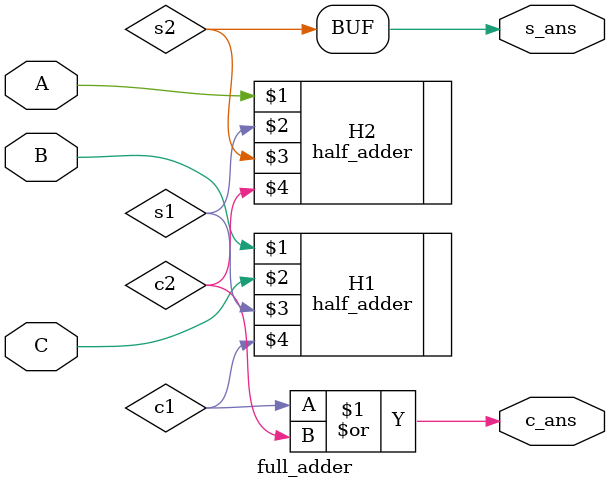
<source format=v>
`timescale 1ns / 1ps

module full_adder(A,B,C,s_ans,c_ans);
input A,B,C;
output s_ans,c_ans;

half_adder H1(B,C,s1,c1);
half_adder H2(A,s1,s2,c2);

assign s_ans = s2;
assign c_ans = c1|c2;

endmodule

</source>
